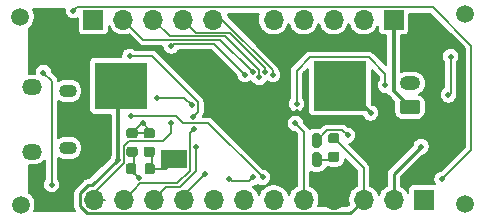
<source format=gbr>
G04 #@! TF.GenerationSoftware,KiCad,Pcbnew,(5.1.6-0-10_14)*
G04 #@! TF.CreationDate,2020-07-04T12:59:23-07:00*
G04 #@! TF.ProjectId,Compact,436f6d70-6163-4742-9e6b-696361645f70,rev?*
G04 #@! TF.SameCoordinates,Original*
G04 #@! TF.FileFunction,Copper,L2,Bot*
G04 #@! TF.FilePolarity,Positive*
%FSLAX46Y46*%
G04 Gerber Fmt 4.6, Leading zero omitted, Abs format (unit mm)*
G04 Created by KiCad (PCBNEW (5.1.6-0-10_14)) date 2020-07-04 12:59:23*
%MOMM*%
%LPD*%
G01*
G04 APERTURE LIST*
G04 #@! TA.AperFunction,SMDPad,CuDef*
%ADD10R,4.500000X4.000000*%
G04 #@! TD*
G04 #@! TA.AperFunction,SMDPad,CuDef*
%ADD11R,4.500000X4.200000*%
G04 #@! TD*
G04 #@! TA.AperFunction,ComponentPad*
%ADD12C,1.500000*%
G04 #@! TD*
G04 #@! TA.AperFunction,SMDPad,CuDef*
%ADD13R,2.180000X1.600000*%
G04 #@! TD*
G04 #@! TA.AperFunction,ComponentPad*
%ADD14R,1.700000X1.700000*%
G04 #@! TD*
G04 #@! TA.AperFunction,ComponentPad*
%ADD15O,1.700000X1.700000*%
G04 #@! TD*
G04 #@! TA.AperFunction,ComponentPad*
%ADD16O,1.750000X1.200000*%
G04 #@! TD*
G04 #@! TA.AperFunction,ComponentPad*
%ADD17O,1.700000X1.350000*%
G04 #@! TD*
G04 #@! TA.AperFunction,ComponentPad*
%ADD18O,1.500000X1.100000*%
G04 #@! TD*
G04 #@! TA.AperFunction,ViaPad*
%ADD19C,0.508000*%
G04 #@! TD*
G04 #@! TA.AperFunction,Conductor*
%ADD20C,0.152400*%
G04 #@! TD*
G04 #@! TA.AperFunction,Conductor*
%ADD21C,0.254000*%
G04 #@! TD*
G04 #@! TA.AperFunction,Conductor*
%ADD22C,0.310000*%
G04 #@! TD*
G04 #@! TA.AperFunction,Conductor*
%ADD23C,0.152000*%
G04 #@! TD*
G04 APERTURE END LIST*
D10*
X135250000Y-97050000D03*
D11*
X153750000Y-97050000D03*
D12*
X126725000Y-107100000D03*
X164375000Y-107075000D03*
X126700000Y-91200000D03*
X164360000Y-90960000D03*
D13*
X139710000Y-103250000D03*
X148890000Y-103250000D03*
D14*
X160840000Y-106700000D03*
D15*
X158300000Y-106700000D03*
X155760000Y-106700000D03*
X153220000Y-106700000D03*
X150680000Y-106700000D03*
X148140000Y-106700000D03*
X145600000Y-106700000D03*
X143060000Y-106700000D03*
X140520000Y-106700000D03*
X137980000Y-106700000D03*
X135440000Y-106700000D03*
X132900000Y-106700000D03*
X148130000Y-91460000D03*
X150670000Y-91460000D03*
X153210000Y-91460000D03*
X155750000Y-91460000D03*
D14*
X158290000Y-91460000D03*
G04 #@! TA.AperFunction,ComponentPad*
G36*
G01*
X160300001Y-99450000D02*
X159049999Y-99450000D01*
G75*
G02*
X158800000Y-99200001I0J249999D01*
G01*
X158800000Y-98499999D01*
G75*
G02*
X159049999Y-98250000I249999J0D01*
G01*
X160300001Y-98250000D01*
G75*
G02*
X160550000Y-98499999I0J-249999D01*
G01*
X160550000Y-99200001D01*
G75*
G02*
X160300001Y-99450000I-249999J0D01*
G01*
G37*
G04 #@! TD.AperFunction*
D16*
X159675000Y-96850000D03*
G04 #@! TA.AperFunction,SMDPad,CuDef*
G36*
G01*
X136510000Y-103818750D02*
X136510000Y-104331250D01*
G75*
G02*
X136291250Y-104550000I-218750J0D01*
G01*
X135853750Y-104550000D01*
G75*
G02*
X135635000Y-104331250I0J218750D01*
G01*
X135635000Y-103818750D01*
G75*
G02*
X135853750Y-103600000I218750J0D01*
G01*
X136291250Y-103600000D01*
G75*
G02*
X136510000Y-103818750I0J-218750D01*
G01*
G37*
G04 #@! TD.AperFunction*
G04 #@! TA.AperFunction,SMDPad,CuDef*
G36*
G01*
X138085000Y-103818750D02*
X138085000Y-104331250D01*
G75*
G02*
X137866250Y-104550000I-218750J0D01*
G01*
X137428750Y-104550000D01*
G75*
G02*
X137210000Y-104331250I0J218750D01*
G01*
X137210000Y-103818750D01*
G75*
G02*
X137428750Y-103600000I218750J0D01*
G01*
X137866250Y-103600000D01*
G75*
G02*
X138085000Y-103818750I0J-218750D01*
G01*
G37*
G04 #@! TD.AperFunction*
G04 #@! TA.AperFunction,SMDPad,CuDef*
G36*
G01*
X136406250Y-101500000D02*
X135893750Y-101500000D01*
G75*
G02*
X135675000Y-101281250I0J218750D01*
G01*
X135675000Y-100843750D01*
G75*
G02*
X135893750Y-100625000I218750J0D01*
G01*
X136406250Y-100625000D01*
G75*
G02*
X136625000Y-100843750I0J-218750D01*
G01*
X136625000Y-101281250D01*
G75*
G02*
X136406250Y-101500000I-218750J0D01*
G01*
G37*
G04 #@! TD.AperFunction*
G04 #@! TA.AperFunction,SMDPad,CuDef*
G36*
G01*
X136406250Y-103075000D02*
X135893750Y-103075000D01*
G75*
G02*
X135675000Y-102856250I0J218750D01*
G01*
X135675000Y-102418750D01*
G75*
G02*
X135893750Y-102200000I218750J0D01*
G01*
X136406250Y-102200000D01*
G75*
G02*
X136625000Y-102418750I0J-218750D01*
G01*
X136625000Y-102856250D01*
G75*
G02*
X136406250Y-103075000I-218750J0D01*
G01*
G37*
G04 #@! TD.AperFunction*
G04 #@! TA.AperFunction,SMDPad,CuDef*
G36*
G01*
X137866250Y-103085000D02*
X137353750Y-103085000D01*
G75*
G02*
X137135000Y-102866250I0J218750D01*
G01*
X137135000Y-102428750D01*
G75*
G02*
X137353750Y-102210000I218750J0D01*
G01*
X137866250Y-102210000D01*
G75*
G02*
X138085000Y-102428750I0J-218750D01*
G01*
X138085000Y-102866250D01*
G75*
G02*
X137866250Y-103085000I-218750J0D01*
G01*
G37*
G04 #@! TD.AperFunction*
G04 #@! TA.AperFunction,SMDPad,CuDef*
G36*
G01*
X137866250Y-101510000D02*
X137353750Y-101510000D01*
G75*
G02*
X137135000Y-101291250I0J218750D01*
G01*
X137135000Y-100853750D01*
G75*
G02*
X137353750Y-100635000I218750J0D01*
G01*
X137866250Y-100635000D01*
G75*
G02*
X138085000Y-100853750I0J-218750D01*
G01*
X138085000Y-101291250D01*
G75*
G02*
X137866250Y-101510000I-218750J0D01*
G01*
G37*
G04 #@! TD.AperFunction*
D15*
X143040000Y-91460000D03*
X140500000Y-91460000D03*
X137960000Y-91460000D03*
X135420000Y-91460000D03*
D14*
X132880000Y-91460000D03*
G04 #@! TA.AperFunction,SMDPad,CuDef*
G36*
G01*
X151562500Y-102695000D02*
X151987500Y-102695000D01*
G75*
G02*
X152200000Y-102907500I0J-212500D01*
G01*
X152200000Y-103707500D01*
G75*
G02*
X151987500Y-103920000I-212500J0D01*
G01*
X151562500Y-103920000D01*
G75*
G02*
X151350000Y-103707500I0J212500D01*
G01*
X151350000Y-102907500D01*
G75*
G02*
X151562500Y-102695000I212500J0D01*
G01*
G37*
G04 #@! TD.AperFunction*
G04 #@! TA.AperFunction,SMDPad,CuDef*
G36*
G01*
X151562500Y-101070000D02*
X151987500Y-101070000D01*
G75*
G02*
X152200000Y-101282500I0J-212500D01*
G01*
X152200000Y-102082500D01*
G75*
G02*
X151987500Y-102295000I-212500J0D01*
G01*
X151562500Y-102295000D01*
G75*
G02*
X151350000Y-102082500I0J212500D01*
G01*
X151350000Y-101282500D01*
G75*
G02*
X151562500Y-101070000I212500J0D01*
G01*
G37*
G04 #@! TD.AperFunction*
G04 #@! TA.AperFunction,SMDPad,CuDef*
G36*
G01*
X153476250Y-101925000D02*
X152963750Y-101925000D01*
G75*
G02*
X152745000Y-101706250I0J218750D01*
G01*
X152745000Y-101268750D01*
G75*
G02*
X152963750Y-101050000I218750J0D01*
G01*
X153476250Y-101050000D01*
G75*
G02*
X153695000Y-101268750I0J-218750D01*
G01*
X153695000Y-101706250D01*
G75*
G02*
X153476250Y-101925000I-218750J0D01*
G01*
G37*
G04 #@! TD.AperFunction*
G04 #@! TA.AperFunction,SMDPad,CuDef*
G36*
G01*
X153476250Y-103500000D02*
X152963750Y-103500000D01*
G75*
G02*
X152745000Y-103281250I0J218750D01*
G01*
X152745000Y-102843750D01*
G75*
G02*
X152963750Y-102625000I218750J0D01*
G01*
X153476250Y-102625000D01*
G75*
G02*
X153695000Y-102843750I0J-218750D01*
G01*
X153695000Y-103281250D01*
G75*
G02*
X153476250Y-103500000I-218750J0D01*
G01*
G37*
G04 #@! TD.AperFunction*
D17*
X127710000Y-102635000D03*
X127710000Y-97175000D03*
D18*
X130710000Y-102325000D03*
X130710000Y-97485000D03*
D19*
X154400000Y-101250000D03*
X137050000Y-100200000D03*
X146425000Y-104800000D03*
X144325000Y-104900000D03*
X136700000Y-104850000D03*
X154250000Y-103575000D03*
X149250000Y-103725000D03*
X150100000Y-99275000D03*
X133975000Y-103275000D03*
X140075000Y-95525000D03*
X132375000Y-96950000D03*
X134963780Y-103307816D03*
X160625000Y-102200000D03*
X128650000Y-95925000D03*
X156350000Y-99350000D03*
X129350000Y-105425000D03*
X148070627Y-96111323D03*
X147400000Y-95875000D03*
X146900000Y-96325000D03*
X146375000Y-95900000D03*
X135960000Y-94540000D03*
X141325000Y-99692390D03*
X149987028Y-100240212D03*
X142300000Y-104550000D03*
X141532610Y-102204693D03*
X162375000Y-104975000D03*
X131175000Y-90700000D03*
X138250000Y-98042390D03*
X141226424Y-98681091D03*
X147200000Y-104790000D03*
X136070000Y-99640000D03*
X145700000Y-96100000D03*
X139450000Y-93675000D03*
X141400000Y-100700000D03*
X139465000Y-100175000D03*
X162925000Y-97825000D03*
X150078204Y-98582604D03*
X157600000Y-97000000D03*
X163125000Y-94575000D03*
D20*
X154400000Y-101250000D02*
X153950000Y-100800000D01*
X152682500Y-100800000D02*
X151800000Y-101682500D01*
X153950000Y-100800000D02*
X152682500Y-100800000D01*
X137810000Y-101072500D02*
X136310000Y-101072500D01*
X137610000Y-100760000D02*
X137050000Y-100200000D01*
X137610000Y-101072500D02*
X137610000Y-100760000D01*
X137012500Y-100200000D02*
X136150000Y-101062500D01*
X137050000Y-100200000D02*
X137012500Y-100200000D01*
X146425000Y-104800000D02*
X146075000Y-105150000D01*
X144575000Y-105150000D02*
X144325000Y-104900000D01*
X146075000Y-105150000D02*
X144575000Y-105150000D01*
X136310000Y-104037500D02*
X136272500Y-104075000D01*
X136310000Y-102647500D02*
X136310000Y-104037500D01*
X136072500Y-104222500D02*
X136700000Y-104850000D01*
X136072500Y-104075000D02*
X136072500Y-104222500D01*
D21*
X153220000Y-104605000D02*
X154250000Y-103575000D01*
X153220000Y-106700000D02*
X153220000Y-104605000D01*
D20*
X155760000Y-104027500D02*
X153220000Y-101487500D01*
X155760000Y-106700000D02*
X155760000Y-104027500D01*
D22*
X155760000Y-106700000D02*
X155760000Y-107090000D01*
X135300000Y-97000000D02*
X134963780Y-97336220D01*
X134963780Y-97336220D02*
X134963780Y-102948606D01*
D21*
X132368486Y-107840000D02*
X131770599Y-107242113D01*
X154620000Y-107840000D02*
X132368486Y-107840000D01*
X155760000Y-106700000D02*
X154620000Y-107840000D01*
X131770599Y-106157887D02*
X132448486Y-105480000D01*
X132791596Y-105480000D02*
X134963780Y-103307816D01*
X132448486Y-105480000D02*
X132791596Y-105480000D01*
D22*
X134963780Y-102948606D02*
X134963780Y-103307816D01*
D21*
X131770599Y-107242113D02*
X131770599Y-106157887D01*
X158300000Y-104525000D02*
X160625000Y-102200000D01*
X158300000Y-106700000D02*
X158300000Y-104525000D01*
D20*
X129350000Y-96625000D02*
X128650000Y-95925000D01*
X129350000Y-105425000D02*
X129350000Y-96625000D01*
D21*
X154000000Y-97000000D02*
X156350000Y-99350000D01*
X153800000Y-97000000D02*
X154000000Y-97000000D01*
D22*
X158290000Y-97465000D02*
X159675000Y-98850000D01*
X158290000Y-91460000D02*
X158290000Y-97465000D01*
D20*
X152875000Y-103307500D02*
X153120000Y-103062500D01*
X151700000Y-103307500D02*
X152875000Y-103307500D01*
X148070627Y-96111323D02*
X148070627Y-95752113D01*
X148070627Y-95752113D02*
X143778514Y-91460000D01*
X143778514Y-91460000D02*
X143040000Y-91460000D01*
X147400000Y-95875000D02*
X147400000Y-95515790D01*
X147400000Y-95515790D02*
X144422811Y-92538601D01*
X144422811Y-92538601D02*
X141578601Y-92538601D01*
X141578601Y-92538601D02*
X140500000Y-91460000D01*
X146900000Y-96325000D02*
X146900000Y-95700000D01*
X139343412Y-92843412D02*
X137960000Y-91460000D01*
X144043412Y-92843412D02*
X139343412Y-92843412D01*
X146900000Y-95700000D02*
X144043412Y-92843412D01*
X146375000Y-95900000D02*
X143623222Y-93148222D01*
X137108222Y-93148222D02*
X135420000Y-91460000D01*
X143623222Y-93148222D02*
X137108222Y-93148222D01*
X141732601Y-99284789D02*
X141325000Y-99692390D01*
X141732601Y-98407601D02*
X141732601Y-99284789D01*
X135960000Y-94540000D02*
X137865000Y-94540000D01*
X137865000Y-94540000D02*
X141732601Y-98407601D01*
X150680000Y-100933184D02*
X149987028Y-100240212D01*
X150680000Y-106700000D02*
X150680000Y-100933184D01*
X140520000Y-106330000D02*
X140520000Y-106700000D01*
X142300000Y-104550000D02*
X140520000Y-106330000D01*
X137980000Y-106700000D02*
X138387134Y-106700000D01*
X138561482Y-106700000D02*
X137980000Y-106700000D01*
X138711482Y-106700000D02*
X138575000Y-106700000D01*
X141532610Y-102204693D02*
X141532610Y-104267390D01*
X139058601Y-105621399D02*
X137980000Y-106700000D01*
X140178601Y-105621399D02*
X139058601Y-105621399D01*
X141532610Y-104267390D02*
X140178601Y-105621399D01*
X162375000Y-104975000D02*
X164876257Y-102473743D01*
X131493601Y-90381399D02*
X131175000Y-90700000D01*
X164876257Y-93656257D02*
X161601399Y-90381399D01*
X164876257Y-102473743D02*
X164876257Y-93656257D01*
X161601399Y-90381399D02*
X131493601Y-90381399D01*
X138250000Y-98042390D02*
X140587723Y-98042390D01*
X140587723Y-98042390D02*
X141226424Y-98681091D01*
X137847500Y-102685000D02*
X137810000Y-102647500D01*
X137847500Y-104075000D02*
X137847500Y-102685000D01*
X139060000Y-104075000D02*
X139910000Y-103225000D01*
X137847500Y-104075000D02*
X139060000Y-104075000D01*
X140470000Y-100210000D02*
X139900000Y-99640000D01*
X147200000Y-104790000D02*
X142620000Y-100210000D01*
X142620000Y-100210000D02*
X140470000Y-100210000D01*
X139900000Y-99640000D02*
X136070000Y-99640000D01*
X145700000Y-96100000D02*
X143075000Y-93475000D01*
X139650000Y-93475000D02*
X139450000Y-93675000D01*
X143075000Y-93475000D02*
X139650000Y-93475000D01*
X141400000Y-100700000D02*
X141050000Y-101050000D01*
X139994894Y-105316588D02*
X136823412Y-105316588D01*
X141050000Y-101050000D02*
X141050000Y-104261482D01*
X141050000Y-104261482D02*
X139994894Y-105316588D01*
X136823412Y-105316588D02*
X136289999Y-105850001D01*
X136289999Y-105850001D02*
X135440000Y-106700000D01*
X133550000Y-106700000D02*
X132900000Y-106700000D01*
X133843670Y-106700000D02*
X132900000Y-106700000D01*
X135446390Y-102153610D02*
X135446390Y-103593446D01*
X139465000Y-101035000D02*
X138761390Y-101738610D01*
X135446390Y-103593446D02*
X132900000Y-106139836D01*
X135861390Y-101738610D02*
X135446390Y-102153610D01*
X138761390Y-101738610D02*
X135861390Y-101738610D01*
X132900000Y-106139836D02*
X132900000Y-106700000D01*
X139465000Y-100175000D02*
X139465000Y-101035000D01*
X163125000Y-97625000D02*
X162925000Y-97825000D01*
X163125000Y-94575000D02*
X163125000Y-97625000D01*
X156186482Y-94625000D02*
X157600000Y-96038518D01*
X157600000Y-96038518D02*
X157600000Y-97000000D01*
X151225000Y-94625000D02*
X156186482Y-94625000D01*
X150078204Y-95771796D02*
X151225000Y-94625000D01*
X150078204Y-98582604D02*
X150078204Y-95771796D01*
D23*
G36*
X130445000Y-90628101D02*
G01*
X130445000Y-90771899D01*
X130473054Y-90912933D01*
X130528083Y-91045785D01*
X130607972Y-91165348D01*
X130709652Y-91267028D01*
X130829215Y-91346917D01*
X130962067Y-91401946D01*
X131103101Y-91430000D01*
X131246899Y-91430000D01*
X131387933Y-91401946D01*
X131520785Y-91346917D01*
X131551697Y-91326262D01*
X131551697Y-92310000D01*
X131560887Y-92403312D01*
X131588106Y-92493039D01*
X131632306Y-92575731D01*
X131691789Y-92648211D01*
X131764269Y-92707694D01*
X131846961Y-92751894D01*
X131936688Y-92779113D01*
X132030000Y-92788303D01*
X133730000Y-92788303D01*
X133823312Y-92779113D01*
X133913039Y-92751894D01*
X133995731Y-92707694D01*
X134068211Y-92648211D01*
X134127694Y-92575731D01*
X134171894Y-92493039D01*
X134199113Y-92403312D01*
X134208303Y-92310000D01*
X134208303Y-91999710D01*
X134244914Y-92088097D01*
X134390029Y-92305276D01*
X134574724Y-92489971D01*
X134791903Y-92635086D01*
X135033220Y-92735043D01*
X135289400Y-92786000D01*
X135550600Y-92786000D01*
X135806780Y-92735043D01*
X135882677Y-92703605D01*
X136698582Y-93519511D01*
X136715869Y-93540575D01*
X136799952Y-93609580D01*
X136895882Y-93660856D01*
X136999972Y-93692431D01*
X137081104Y-93700422D01*
X137081113Y-93700422D01*
X137108221Y-93703092D01*
X137135329Y-93700422D01*
X138720000Y-93700422D01*
X138720000Y-93746899D01*
X138748054Y-93887933D01*
X138803083Y-94020785D01*
X138882972Y-94140348D01*
X138984652Y-94242028D01*
X139104215Y-94321917D01*
X139237067Y-94376946D01*
X139378101Y-94405000D01*
X139521899Y-94405000D01*
X139662933Y-94376946D01*
X139795785Y-94321917D01*
X139915348Y-94242028D01*
X140017028Y-94140348D01*
X140092631Y-94027200D01*
X142846272Y-94027200D01*
X144970000Y-96150928D01*
X144970000Y-96171899D01*
X144998054Y-96312933D01*
X145053083Y-96445785D01*
X145132972Y-96565348D01*
X145234652Y-96667028D01*
X145354215Y-96746917D01*
X145487067Y-96801946D01*
X145628101Y-96830000D01*
X145771899Y-96830000D01*
X145912933Y-96801946D01*
X146045785Y-96746917D01*
X146165348Y-96667028D01*
X146219088Y-96613288D01*
X146230181Y-96615495D01*
X146253083Y-96670785D01*
X146332972Y-96790348D01*
X146434652Y-96892028D01*
X146554215Y-96971917D01*
X146687067Y-97026946D01*
X146828101Y-97055000D01*
X146971899Y-97055000D01*
X147112933Y-97026946D01*
X147245785Y-96971917D01*
X147365348Y-96892028D01*
X147467028Y-96790348D01*
X147546917Y-96670785D01*
X147561795Y-96634867D01*
X147605279Y-96678351D01*
X147724842Y-96758240D01*
X147857694Y-96813269D01*
X147998728Y-96841323D01*
X148142526Y-96841323D01*
X148283560Y-96813269D01*
X148416412Y-96758240D01*
X148535975Y-96678351D01*
X148637655Y-96576671D01*
X148717544Y-96457108D01*
X148772573Y-96324256D01*
X148800627Y-96183222D01*
X148800627Y-96039424D01*
X148772573Y-95898390D01*
X148717544Y-95765538D01*
X148637655Y-95645975D01*
X148605819Y-95614139D01*
X148583261Y-95539773D01*
X148531985Y-95443843D01*
X148462980Y-95359760D01*
X148441917Y-95342474D01*
X144350396Y-91250954D01*
X144315043Y-91073220D01*
X144257210Y-90933599D01*
X146912790Y-90933599D01*
X146854957Y-91073220D01*
X146804000Y-91329400D01*
X146804000Y-91590600D01*
X146854957Y-91846780D01*
X146954914Y-92088097D01*
X147100029Y-92305276D01*
X147284724Y-92489971D01*
X147501903Y-92635086D01*
X147743220Y-92735043D01*
X147999400Y-92786000D01*
X148260600Y-92786000D01*
X148516780Y-92735043D01*
X148758097Y-92635086D01*
X148975276Y-92489971D01*
X149159971Y-92305276D01*
X149305086Y-92088097D01*
X149400000Y-91858955D01*
X149494914Y-92088097D01*
X149640029Y-92305276D01*
X149824724Y-92489971D01*
X150041903Y-92635086D01*
X150283220Y-92735043D01*
X150539400Y-92786000D01*
X150800600Y-92786000D01*
X151056780Y-92735043D01*
X151298097Y-92635086D01*
X151515276Y-92489971D01*
X151699971Y-92305276D01*
X151845086Y-92088097D01*
X151940000Y-91858955D01*
X152034914Y-92088097D01*
X152180029Y-92305276D01*
X152364724Y-92489971D01*
X152581903Y-92635086D01*
X152823220Y-92735043D01*
X153079400Y-92786000D01*
X153340600Y-92786000D01*
X153596780Y-92735043D01*
X153838097Y-92635086D01*
X154055276Y-92489971D01*
X154239971Y-92305276D01*
X154385086Y-92088097D01*
X154480000Y-91858955D01*
X154574914Y-92088097D01*
X154720029Y-92305276D01*
X154904724Y-92489971D01*
X155121903Y-92635086D01*
X155363220Y-92735043D01*
X155619400Y-92786000D01*
X155880600Y-92786000D01*
X156136780Y-92735043D01*
X156378097Y-92635086D01*
X156595276Y-92489971D01*
X156779971Y-92305276D01*
X156925086Y-92088097D01*
X156961697Y-91999710D01*
X156961697Y-92310000D01*
X156970887Y-92403312D01*
X156998106Y-92493039D01*
X157042306Y-92575731D01*
X157101789Y-92648211D01*
X157174269Y-92707694D01*
X157256961Y-92751894D01*
X157346688Y-92779113D01*
X157440000Y-92788303D01*
X157659000Y-92788303D01*
X157659001Y-95316590D01*
X156596125Y-94253715D01*
X156578835Y-94232647D01*
X156494752Y-94163642D01*
X156398822Y-94112366D01*
X156294732Y-94080791D01*
X156213600Y-94072800D01*
X156213592Y-94072800D01*
X156186482Y-94070130D01*
X156159372Y-94072800D01*
X151252107Y-94072800D01*
X151224999Y-94070130D01*
X151197891Y-94072800D01*
X151197882Y-94072800D01*
X151116750Y-94080791D01*
X151012660Y-94112366D01*
X150916730Y-94163642D01*
X150832647Y-94232647D01*
X150815361Y-94253710D01*
X149706914Y-95362158D01*
X149685852Y-95379443D01*
X149668566Y-95400506D01*
X149668565Y-95400507D01*
X149616846Y-95463527D01*
X149565570Y-95559457D01*
X149533995Y-95663547D01*
X149523334Y-95771796D01*
X149526005Y-95798916D01*
X149526004Y-98102428D01*
X149511176Y-98117256D01*
X149431287Y-98236819D01*
X149376258Y-98369671D01*
X149348204Y-98510705D01*
X149348204Y-98654503D01*
X149376258Y-98795537D01*
X149431287Y-98928389D01*
X149511176Y-99047952D01*
X149612856Y-99149632D01*
X149732419Y-99229521D01*
X149865271Y-99284550D01*
X150006305Y-99312604D01*
X150150103Y-99312604D01*
X150291137Y-99284550D01*
X150423989Y-99229521D01*
X150543552Y-99149632D01*
X150645232Y-99047952D01*
X150725121Y-98928389D01*
X150780150Y-98795537D01*
X150808204Y-98654503D01*
X150808204Y-98510705D01*
X150780150Y-98369671D01*
X150725121Y-98236819D01*
X150645232Y-98117256D01*
X150630404Y-98102428D01*
X150630404Y-96000524D01*
X151021697Y-95609231D01*
X151021697Y-99150000D01*
X151030887Y-99243312D01*
X151058106Y-99333039D01*
X151102306Y-99415731D01*
X151161789Y-99488211D01*
X151234269Y-99547694D01*
X151316961Y-99591894D01*
X151406688Y-99619113D01*
X151500000Y-99628303D01*
X155675131Y-99628303D01*
X155703083Y-99695785D01*
X155782972Y-99815348D01*
X155884652Y-99917028D01*
X156004215Y-99996917D01*
X156137067Y-100051946D01*
X156278101Y-100080000D01*
X156421899Y-100080000D01*
X156562933Y-100051946D01*
X156695785Y-99996917D01*
X156815348Y-99917028D01*
X156917028Y-99815348D01*
X156996917Y-99695785D01*
X157051946Y-99562933D01*
X157080000Y-99421899D01*
X157080000Y-99278101D01*
X157051946Y-99137067D01*
X156996917Y-99004215D01*
X156917028Y-98884652D01*
X156815348Y-98782972D01*
X156695785Y-98703083D01*
X156562933Y-98648054D01*
X156485403Y-98632632D01*
X156478303Y-98625532D01*
X156478303Y-95697749D01*
X157047800Y-96267247D01*
X157047801Y-96519823D01*
X157032972Y-96534652D01*
X156953083Y-96654215D01*
X156898054Y-96787067D01*
X156870000Y-96928101D01*
X156870000Y-97071899D01*
X156898054Y-97212933D01*
X156953083Y-97345785D01*
X157032972Y-97465348D01*
X157134652Y-97567028D01*
X157254215Y-97646917D01*
X157387067Y-97701946D01*
X157528101Y-97730000D01*
X157671899Y-97730000D01*
X157711908Y-97722041D01*
X157762804Y-97817260D01*
X157821897Y-97889265D01*
X157821900Y-97889268D01*
X157841658Y-97913343D01*
X157865733Y-97933101D01*
X158331643Y-98399012D01*
X158321697Y-98499999D01*
X158321697Y-99200001D01*
X158335691Y-99342086D01*
X158377136Y-99478710D01*
X158444438Y-99604624D01*
X158535012Y-99714988D01*
X158645376Y-99805562D01*
X158771290Y-99872864D01*
X158907914Y-99914309D01*
X159049999Y-99928303D01*
X160300001Y-99928303D01*
X160442086Y-99914309D01*
X160578710Y-99872864D01*
X160704624Y-99805562D01*
X160814988Y-99714988D01*
X160905562Y-99604624D01*
X160972864Y-99478710D01*
X161014309Y-99342086D01*
X161028303Y-99200001D01*
X161028303Y-98499999D01*
X161014309Y-98357914D01*
X160972864Y-98221290D01*
X160905562Y-98095376D01*
X160814988Y-97985012D01*
X160704624Y-97894438D01*
X160578710Y-97827136D01*
X160467564Y-97793420D01*
X160542994Y-97753101D01*
X162195000Y-97753101D01*
X162195000Y-97896899D01*
X162223054Y-98037933D01*
X162278083Y-98170785D01*
X162357972Y-98290348D01*
X162459652Y-98392028D01*
X162579215Y-98471917D01*
X162712067Y-98526946D01*
X162853101Y-98555000D01*
X162996899Y-98555000D01*
X163137933Y-98526946D01*
X163270785Y-98471917D01*
X163390348Y-98392028D01*
X163492028Y-98290348D01*
X163571917Y-98170785D01*
X163626946Y-98037933D01*
X163655000Y-97896899D01*
X163655000Y-97780091D01*
X163669209Y-97733250D01*
X163677200Y-97652118D01*
X163679871Y-97625000D01*
X163677200Y-97597882D01*
X163677200Y-95055176D01*
X163692028Y-95040348D01*
X163771917Y-94920785D01*
X163826946Y-94787933D01*
X163855000Y-94646899D01*
X163855000Y-94503101D01*
X163826946Y-94362067D01*
X163771917Y-94229215D01*
X163692028Y-94109652D01*
X163590348Y-94007972D01*
X163470785Y-93928083D01*
X163337933Y-93873054D01*
X163196899Y-93845000D01*
X163053101Y-93845000D01*
X162912067Y-93873054D01*
X162779215Y-93928083D01*
X162659652Y-94007972D01*
X162557972Y-94109652D01*
X162478083Y-94229215D01*
X162423054Y-94362067D01*
X162395000Y-94503101D01*
X162395000Y-94646899D01*
X162423054Y-94787933D01*
X162478083Y-94920785D01*
X162557972Y-95040348D01*
X162572800Y-95055176D01*
X162572801Y-97182369D01*
X162459652Y-97257972D01*
X162357972Y-97359652D01*
X162278083Y-97479215D01*
X162223054Y-97612067D01*
X162195000Y-97753101D01*
X160542994Y-97753101D01*
X160550686Y-97748990D01*
X160714528Y-97614528D01*
X160848990Y-97450686D01*
X160948904Y-97263760D01*
X161010431Y-97060933D01*
X161031206Y-96850000D01*
X161010431Y-96639067D01*
X160948904Y-96436240D01*
X160848990Y-96249314D01*
X160714528Y-96085472D01*
X160550686Y-95951010D01*
X160363760Y-95851096D01*
X160160933Y-95789569D01*
X160002858Y-95774000D01*
X159347142Y-95774000D01*
X159189067Y-95789569D01*
X158986240Y-95851096D01*
X158921000Y-95885967D01*
X158921000Y-92788303D01*
X159140000Y-92788303D01*
X159233312Y-92779113D01*
X159323039Y-92751894D01*
X159405731Y-92707694D01*
X159478211Y-92648211D01*
X159537694Y-92575731D01*
X159581894Y-92493039D01*
X159609113Y-92403312D01*
X159618303Y-92310000D01*
X159618303Y-90933599D01*
X161372671Y-90933599D01*
X164324058Y-93884986D01*
X164324057Y-102245015D01*
X162324072Y-104245000D01*
X162303101Y-104245000D01*
X162162067Y-104273054D01*
X162029215Y-104328083D01*
X161909652Y-104407972D01*
X161807972Y-104509652D01*
X161728083Y-104629215D01*
X161673054Y-104762067D01*
X161645000Y-104903101D01*
X161645000Y-105046899D01*
X161673054Y-105187933D01*
X161728083Y-105320785D01*
X161767180Y-105379298D01*
X161690000Y-105371697D01*
X159990000Y-105371697D01*
X159896688Y-105380887D01*
X159806961Y-105408106D01*
X159724269Y-105452306D01*
X159651789Y-105511789D01*
X159592306Y-105584269D01*
X159548106Y-105666961D01*
X159520887Y-105756688D01*
X159511697Y-105850000D01*
X159511697Y-106160290D01*
X159475086Y-106071903D01*
X159329971Y-105854724D01*
X159145276Y-105670029D01*
X158928097Y-105524914D01*
X158903000Y-105514518D01*
X158903000Y-104774770D01*
X160760403Y-102917368D01*
X160837933Y-102901946D01*
X160970785Y-102846917D01*
X161090348Y-102767028D01*
X161192028Y-102665348D01*
X161271917Y-102545785D01*
X161326946Y-102412933D01*
X161355000Y-102271899D01*
X161355000Y-102128101D01*
X161326946Y-101987067D01*
X161271917Y-101854215D01*
X161192028Y-101734652D01*
X161090348Y-101632972D01*
X160970785Y-101553083D01*
X160837933Y-101498054D01*
X160696899Y-101470000D01*
X160553101Y-101470000D01*
X160412067Y-101498054D01*
X160279215Y-101553083D01*
X160159652Y-101632972D01*
X160057972Y-101734652D01*
X159978083Y-101854215D01*
X159923054Y-101987067D01*
X159907632Y-102064597D01*
X157894556Y-104077674D01*
X157871553Y-104096552D01*
X157852674Y-104119556D01*
X157852673Y-104119557D01*
X157839385Y-104135749D01*
X157796199Y-104188371D01*
X157777957Y-104222500D01*
X157740207Y-104293126D01*
X157705726Y-104406791D01*
X157694084Y-104525000D01*
X157697001Y-104554618D01*
X157697001Y-105514518D01*
X157671903Y-105524914D01*
X157454724Y-105670029D01*
X157270029Y-105854724D01*
X157124914Y-106071903D01*
X157030000Y-106301045D01*
X156935086Y-106071903D01*
X156789971Y-105854724D01*
X156605276Y-105670029D01*
X156388097Y-105524914D01*
X156312200Y-105493476D01*
X156312200Y-104054607D01*
X156314870Y-104027499D01*
X156312200Y-104000391D01*
X156312200Y-104000382D01*
X156304209Y-103919250D01*
X156272634Y-103815160D01*
X156221358Y-103719230D01*
X156152353Y-103635147D01*
X156131290Y-103617861D01*
X154489856Y-101976428D01*
X154612933Y-101951946D01*
X154745785Y-101896917D01*
X154865348Y-101817028D01*
X154967028Y-101715348D01*
X155046917Y-101595785D01*
X155101946Y-101462933D01*
X155130000Y-101321899D01*
X155130000Y-101178101D01*
X155101946Y-101037067D01*
X155046917Y-100904215D01*
X154967028Y-100784652D01*
X154865348Y-100682972D01*
X154745785Y-100603083D01*
X154612933Y-100548054D01*
X154471899Y-100520000D01*
X154450928Y-100520000D01*
X154359643Y-100428715D01*
X154342353Y-100407647D01*
X154258270Y-100338642D01*
X154162340Y-100287366D01*
X154058250Y-100255791D01*
X153977118Y-100247800D01*
X153977110Y-100247800D01*
X153950000Y-100245130D01*
X153922890Y-100247800D01*
X152709607Y-100247800D01*
X152682499Y-100245130D01*
X152655391Y-100247800D01*
X152655382Y-100247800D01*
X152574250Y-100255791D01*
X152470160Y-100287366D01*
X152374230Y-100338642D01*
X152290147Y-100407647D01*
X152272861Y-100428710D01*
X152098902Y-100602669D01*
X151987500Y-100591697D01*
X151562500Y-100591697D01*
X151427731Y-100604971D01*
X151298141Y-100644281D01*
X151184249Y-100705157D01*
X151141358Y-100624914D01*
X151072353Y-100540831D01*
X151051290Y-100523545D01*
X150717028Y-100189284D01*
X150717028Y-100168313D01*
X150688974Y-100027279D01*
X150633945Y-99894427D01*
X150554056Y-99774864D01*
X150452376Y-99673184D01*
X150332813Y-99593295D01*
X150199961Y-99538266D01*
X150058927Y-99510212D01*
X149915129Y-99510212D01*
X149774095Y-99538266D01*
X149641243Y-99593295D01*
X149521680Y-99673184D01*
X149420000Y-99774864D01*
X149340111Y-99894427D01*
X149285082Y-100027279D01*
X149257028Y-100168313D01*
X149257028Y-100312111D01*
X149285082Y-100453145D01*
X149340111Y-100585997D01*
X149420000Y-100705560D01*
X149521680Y-100807240D01*
X149641243Y-100887129D01*
X149774095Y-100942158D01*
X149915129Y-100970212D01*
X149936100Y-100970212D01*
X150127801Y-101161914D01*
X150127800Y-105493476D01*
X150051903Y-105524914D01*
X149834724Y-105670029D01*
X149650029Y-105854724D01*
X149504914Y-106071903D01*
X149410000Y-106301045D01*
X149315086Y-106071903D01*
X149169971Y-105854724D01*
X148985276Y-105670029D01*
X148768097Y-105524914D01*
X148526780Y-105424957D01*
X148270600Y-105374000D01*
X148009400Y-105374000D01*
X147753220Y-105424957D01*
X147511903Y-105524914D01*
X147294724Y-105670029D01*
X147110029Y-105854724D01*
X146964914Y-106071903D01*
X146870000Y-106301045D01*
X146775086Y-106071903D01*
X146629971Y-105854724D01*
X146445276Y-105670029D01*
X146368936Y-105619020D01*
X146383270Y-105611358D01*
X146467353Y-105542353D01*
X146477491Y-105530000D01*
X146496899Y-105530000D01*
X146637933Y-105501946D01*
X146770785Y-105446917D01*
X146819983Y-105414044D01*
X146854215Y-105436917D01*
X146987067Y-105491946D01*
X147128101Y-105520000D01*
X147271899Y-105520000D01*
X147412933Y-105491946D01*
X147545785Y-105436917D01*
X147665348Y-105357028D01*
X147767028Y-105255348D01*
X147846917Y-105135785D01*
X147901946Y-105002933D01*
X147930000Y-104861899D01*
X147930000Y-104718101D01*
X147901946Y-104577067D01*
X147846917Y-104444215D01*
X147767028Y-104324652D01*
X147665348Y-104222972D01*
X147545785Y-104143083D01*
X147412933Y-104088054D01*
X147271899Y-104060000D01*
X147250929Y-104060000D01*
X143029643Y-99838715D01*
X143012353Y-99817647D01*
X142928270Y-99748642D01*
X142832340Y-99697366D01*
X142728250Y-99665791D01*
X142647118Y-99657800D01*
X142647110Y-99657800D01*
X142620000Y-99655130D01*
X142592890Y-99657800D01*
X142140828Y-99657800D01*
X142193959Y-99593059D01*
X142245235Y-99497129D01*
X142276810Y-99393039D01*
X142284801Y-99311907D01*
X142287472Y-99284789D01*
X142284801Y-99257671D01*
X142284801Y-98434719D01*
X142287472Y-98407601D01*
X142276810Y-98299351D01*
X142245235Y-98195261D01*
X142193959Y-98099331D01*
X142190713Y-98095376D01*
X142124954Y-98015248D01*
X142103886Y-97997958D01*
X138274643Y-94168715D01*
X138257353Y-94147647D01*
X138173270Y-94078642D01*
X138077340Y-94027366D01*
X137973250Y-93995791D01*
X137892118Y-93987800D01*
X137892110Y-93987800D01*
X137865000Y-93985130D01*
X137837890Y-93987800D01*
X136440176Y-93987800D01*
X136425348Y-93972972D01*
X136305785Y-93893083D01*
X136172933Y-93838054D01*
X136031899Y-93810000D01*
X135888101Y-93810000D01*
X135747067Y-93838054D01*
X135614215Y-93893083D01*
X135494652Y-93972972D01*
X135392972Y-94074652D01*
X135313083Y-94194215D01*
X135258054Y-94327067D01*
X135230000Y-94468101D01*
X135230000Y-94571697D01*
X133000000Y-94571697D01*
X132906688Y-94580887D01*
X132816961Y-94608106D01*
X132734269Y-94652306D01*
X132661789Y-94711789D01*
X132602306Y-94784269D01*
X132558106Y-94866961D01*
X132530887Y-94956688D01*
X132521697Y-95050000D01*
X132521697Y-99050000D01*
X132530887Y-99143312D01*
X132558106Y-99233039D01*
X132602306Y-99315731D01*
X132661789Y-99388211D01*
X132734269Y-99447694D01*
X132816961Y-99491894D01*
X132906688Y-99519113D01*
X133000000Y-99528303D01*
X134332780Y-99528303D01*
X134332781Y-102917599D01*
X134332780Y-102917609D01*
X134332780Y-102938209D01*
X134316863Y-102962031D01*
X134261834Y-103094883D01*
X134246412Y-103172413D01*
X132541826Y-104877000D01*
X132478094Y-104877000D01*
X132448486Y-104874084D01*
X132418878Y-104877000D01*
X132418870Y-104877000D01*
X132340514Y-104884718D01*
X132330276Y-104885726D01*
X132297117Y-104895785D01*
X132216612Y-104920206D01*
X132111857Y-104976198D01*
X132020038Y-105051552D01*
X132001159Y-105074556D01*
X131365155Y-105710561D01*
X131342152Y-105729439D01*
X131323273Y-105752443D01*
X131323272Y-105752444D01*
X131313841Y-105763936D01*
X131266798Y-105821258D01*
X131220195Y-105908448D01*
X131210806Y-105926013D01*
X131176325Y-106039678D01*
X131164683Y-106157887D01*
X131167600Y-106187505D01*
X131167599Y-107212504D01*
X131164683Y-107242113D01*
X131167599Y-107271721D01*
X131167599Y-107271728D01*
X131176325Y-107360321D01*
X131210805Y-107473986D01*
X131266797Y-107578741D01*
X131342151Y-107670561D01*
X131353645Y-107679994D01*
X127812184Y-107678998D01*
X127903885Y-107457611D01*
X127951000Y-107220750D01*
X127951000Y-106979250D01*
X127903885Y-106742389D01*
X127811467Y-106519271D01*
X127677296Y-106318471D01*
X127506529Y-106147704D01*
X127430674Y-106097019D01*
X127424781Y-103780713D01*
X127478457Y-103786000D01*
X127941543Y-103786000D01*
X128110635Y-103769346D01*
X128327600Y-103703530D01*
X128527555Y-103596652D01*
X128702818Y-103452818D01*
X128797800Y-103337081D01*
X128797800Y-104944824D01*
X128782972Y-104959652D01*
X128703083Y-105079215D01*
X128648054Y-105212067D01*
X128620000Y-105353101D01*
X128620000Y-105496899D01*
X128648054Y-105637933D01*
X128703083Y-105770785D01*
X128782972Y-105890348D01*
X128884652Y-105992028D01*
X129004215Y-106071917D01*
X129137067Y-106126946D01*
X129278101Y-106155000D01*
X129421899Y-106155000D01*
X129562933Y-106126946D01*
X129695785Y-106071917D01*
X129815348Y-105992028D01*
X129917028Y-105890348D01*
X129996917Y-105770785D01*
X130051946Y-105637933D01*
X130080000Y-105496899D01*
X130080000Y-105353101D01*
X130051946Y-105212067D01*
X129996917Y-105079215D01*
X129917028Y-104959652D01*
X129902200Y-104944824D01*
X129902200Y-103153469D01*
X129937227Y-103182215D01*
X130115467Y-103277487D01*
X130308869Y-103336154D01*
X130459600Y-103351000D01*
X130960400Y-103351000D01*
X131111131Y-103336154D01*
X131304533Y-103277487D01*
X131482773Y-103182215D01*
X131639002Y-103054002D01*
X131767215Y-102897773D01*
X131862487Y-102719533D01*
X131921154Y-102526131D01*
X131940964Y-102325000D01*
X131921154Y-102123869D01*
X131862487Y-101930467D01*
X131767215Y-101752227D01*
X131639002Y-101595998D01*
X131482773Y-101467785D01*
X131304533Y-101372513D01*
X131111131Y-101313846D01*
X130960400Y-101299000D01*
X130459600Y-101299000D01*
X130308869Y-101313846D01*
X130115467Y-101372513D01*
X129937227Y-101467785D01*
X129902200Y-101496531D01*
X129902200Y-98313469D01*
X129937227Y-98342215D01*
X130115467Y-98437487D01*
X130308869Y-98496154D01*
X130459600Y-98511000D01*
X130960400Y-98511000D01*
X131111131Y-98496154D01*
X131304533Y-98437487D01*
X131482773Y-98342215D01*
X131639002Y-98214002D01*
X131767215Y-98057773D01*
X131862487Y-97879533D01*
X131921154Y-97686131D01*
X131940964Y-97485000D01*
X131921154Y-97283869D01*
X131862487Y-97090467D01*
X131767215Y-96912227D01*
X131639002Y-96755998D01*
X131482773Y-96627785D01*
X131304533Y-96532513D01*
X131111131Y-96473846D01*
X130960400Y-96459000D01*
X130459600Y-96459000D01*
X130308869Y-96473846D01*
X130115467Y-96532513D01*
X129937227Y-96627785D01*
X129902200Y-96656531D01*
X129902200Y-96652107D01*
X129904870Y-96624999D01*
X129902200Y-96597891D01*
X129902200Y-96597882D01*
X129894209Y-96516750D01*
X129862634Y-96412660D01*
X129811358Y-96316730D01*
X129742353Y-96232647D01*
X129721290Y-96215361D01*
X129380000Y-95874072D01*
X129380000Y-95853101D01*
X129351946Y-95712067D01*
X129296917Y-95579215D01*
X129217028Y-95459652D01*
X129115348Y-95357972D01*
X128995785Y-95278083D01*
X128862933Y-95223054D01*
X128721899Y-95195000D01*
X128578101Y-95195000D01*
X128437067Y-95223054D01*
X128304215Y-95278083D01*
X128184652Y-95357972D01*
X128082972Y-95459652D01*
X128003083Y-95579215D01*
X127948054Y-95712067D01*
X127920000Y-95853101D01*
X127920000Y-95996899D01*
X127925391Y-96024000D01*
X127478457Y-96024000D01*
X127405062Y-96031229D01*
X127396002Y-92470633D01*
X127401226Y-92205953D01*
X127481529Y-92152296D01*
X127652296Y-91981529D01*
X127786467Y-91780729D01*
X127878885Y-91557611D01*
X127926000Y-91320750D01*
X127926000Y-91079250D01*
X127878885Y-90842389D01*
X127786467Y-90619271D01*
X127754162Y-90570924D01*
X130457128Y-90567131D01*
X130445000Y-90628101D01*
G37*
X130445000Y-90628101D02*
X130445000Y-90771899D01*
X130473054Y-90912933D01*
X130528083Y-91045785D01*
X130607972Y-91165348D01*
X130709652Y-91267028D01*
X130829215Y-91346917D01*
X130962067Y-91401946D01*
X131103101Y-91430000D01*
X131246899Y-91430000D01*
X131387933Y-91401946D01*
X131520785Y-91346917D01*
X131551697Y-91326262D01*
X131551697Y-92310000D01*
X131560887Y-92403312D01*
X131588106Y-92493039D01*
X131632306Y-92575731D01*
X131691789Y-92648211D01*
X131764269Y-92707694D01*
X131846961Y-92751894D01*
X131936688Y-92779113D01*
X132030000Y-92788303D01*
X133730000Y-92788303D01*
X133823312Y-92779113D01*
X133913039Y-92751894D01*
X133995731Y-92707694D01*
X134068211Y-92648211D01*
X134127694Y-92575731D01*
X134171894Y-92493039D01*
X134199113Y-92403312D01*
X134208303Y-92310000D01*
X134208303Y-91999710D01*
X134244914Y-92088097D01*
X134390029Y-92305276D01*
X134574724Y-92489971D01*
X134791903Y-92635086D01*
X135033220Y-92735043D01*
X135289400Y-92786000D01*
X135550600Y-92786000D01*
X135806780Y-92735043D01*
X135882677Y-92703605D01*
X136698582Y-93519511D01*
X136715869Y-93540575D01*
X136799952Y-93609580D01*
X136895882Y-93660856D01*
X136999972Y-93692431D01*
X137081104Y-93700422D01*
X137081113Y-93700422D01*
X137108221Y-93703092D01*
X137135329Y-93700422D01*
X138720000Y-93700422D01*
X138720000Y-93746899D01*
X138748054Y-93887933D01*
X138803083Y-94020785D01*
X138882972Y-94140348D01*
X138984652Y-94242028D01*
X139104215Y-94321917D01*
X139237067Y-94376946D01*
X139378101Y-94405000D01*
X139521899Y-94405000D01*
X139662933Y-94376946D01*
X139795785Y-94321917D01*
X139915348Y-94242028D01*
X140017028Y-94140348D01*
X140092631Y-94027200D01*
X142846272Y-94027200D01*
X144970000Y-96150928D01*
X144970000Y-96171899D01*
X144998054Y-96312933D01*
X145053083Y-96445785D01*
X145132972Y-96565348D01*
X145234652Y-96667028D01*
X145354215Y-96746917D01*
X145487067Y-96801946D01*
X145628101Y-96830000D01*
X145771899Y-96830000D01*
X145912933Y-96801946D01*
X146045785Y-96746917D01*
X146165348Y-96667028D01*
X146219088Y-96613288D01*
X146230181Y-96615495D01*
X146253083Y-96670785D01*
X146332972Y-96790348D01*
X146434652Y-96892028D01*
X146554215Y-96971917D01*
X146687067Y-97026946D01*
X146828101Y-97055000D01*
X146971899Y-97055000D01*
X147112933Y-97026946D01*
X147245785Y-96971917D01*
X147365348Y-96892028D01*
X147467028Y-96790348D01*
X147546917Y-96670785D01*
X147561795Y-96634867D01*
X147605279Y-96678351D01*
X147724842Y-96758240D01*
X147857694Y-96813269D01*
X147998728Y-96841323D01*
X148142526Y-96841323D01*
X148283560Y-96813269D01*
X148416412Y-96758240D01*
X148535975Y-96678351D01*
X148637655Y-96576671D01*
X148717544Y-96457108D01*
X148772573Y-96324256D01*
X148800627Y-96183222D01*
X148800627Y-96039424D01*
X148772573Y-95898390D01*
X148717544Y-95765538D01*
X148637655Y-95645975D01*
X148605819Y-95614139D01*
X148583261Y-95539773D01*
X148531985Y-95443843D01*
X148462980Y-95359760D01*
X148441917Y-95342474D01*
X144350396Y-91250954D01*
X144315043Y-91073220D01*
X144257210Y-90933599D01*
X146912790Y-90933599D01*
X146854957Y-91073220D01*
X146804000Y-91329400D01*
X146804000Y-91590600D01*
X146854957Y-91846780D01*
X146954914Y-92088097D01*
X147100029Y-92305276D01*
X147284724Y-92489971D01*
X147501903Y-92635086D01*
X147743220Y-92735043D01*
X147999400Y-92786000D01*
X148260600Y-92786000D01*
X148516780Y-92735043D01*
X148758097Y-92635086D01*
X148975276Y-92489971D01*
X149159971Y-92305276D01*
X149305086Y-92088097D01*
X149400000Y-91858955D01*
X149494914Y-92088097D01*
X149640029Y-92305276D01*
X149824724Y-92489971D01*
X150041903Y-92635086D01*
X150283220Y-92735043D01*
X150539400Y-92786000D01*
X150800600Y-92786000D01*
X151056780Y-92735043D01*
X151298097Y-92635086D01*
X151515276Y-92489971D01*
X151699971Y-92305276D01*
X151845086Y-92088097D01*
X151940000Y-91858955D01*
X152034914Y-92088097D01*
X152180029Y-92305276D01*
X152364724Y-92489971D01*
X152581903Y-92635086D01*
X152823220Y-92735043D01*
X153079400Y-92786000D01*
X153340600Y-92786000D01*
X153596780Y-92735043D01*
X153838097Y-92635086D01*
X154055276Y-92489971D01*
X154239971Y-92305276D01*
X154385086Y-92088097D01*
X154480000Y-91858955D01*
X154574914Y-92088097D01*
X154720029Y-92305276D01*
X154904724Y-92489971D01*
X155121903Y-92635086D01*
X155363220Y-92735043D01*
X155619400Y-92786000D01*
X155880600Y-92786000D01*
X156136780Y-92735043D01*
X156378097Y-92635086D01*
X156595276Y-92489971D01*
X156779971Y-92305276D01*
X156925086Y-92088097D01*
X156961697Y-91999710D01*
X156961697Y-92310000D01*
X156970887Y-92403312D01*
X156998106Y-92493039D01*
X157042306Y-92575731D01*
X157101789Y-92648211D01*
X157174269Y-92707694D01*
X157256961Y-92751894D01*
X157346688Y-92779113D01*
X157440000Y-92788303D01*
X157659000Y-92788303D01*
X157659001Y-95316590D01*
X156596125Y-94253715D01*
X156578835Y-94232647D01*
X156494752Y-94163642D01*
X156398822Y-94112366D01*
X156294732Y-94080791D01*
X156213600Y-94072800D01*
X156213592Y-94072800D01*
X156186482Y-94070130D01*
X156159372Y-94072800D01*
X151252107Y-94072800D01*
X151224999Y-94070130D01*
X151197891Y-94072800D01*
X151197882Y-94072800D01*
X151116750Y-94080791D01*
X151012660Y-94112366D01*
X150916730Y-94163642D01*
X150832647Y-94232647D01*
X150815361Y-94253710D01*
X149706914Y-95362158D01*
X149685852Y-95379443D01*
X149668566Y-95400506D01*
X149668565Y-95400507D01*
X149616846Y-95463527D01*
X149565570Y-95559457D01*
X149533995Y-95663547D01*
X149523334Y-95771796D01*
X149526005Y-95798916D01*
X149526004Y-98102428D01*
X149511176Y-98117256D01*
X149431287Y-98236819D01*
X149376258Y-98369671D01*
X149348204Y-98510705D01*
X149348204Y-98654503D01*
X149376258Y-98795537D01*
X149431287Y-98928389D01*
X149511176Y-99047952D01*
X149612856Y-99149632D01*
X149732419Y-99229521D01*
X149865271Y-99284550D01*
X150006305Y-99312604D01*
X150150103Y-99312604D01*
X150291137Y-99284550D01*
X150423989Y-99229521D01*
X150543552Y-99149632D01*
X150645232Y-99047952D01*
X150725121Y-98928389D01*
X150780150Y-98795537D01*
X150808204Y-98654503D01*
X150808204Y-98510705D01*
X150780150Y-98369671D01*
X150725121Y-98236819D01*
X150645232Y-98117256D01*
X150630404Y-98102428D01*
X150630404Y-96000524D01*
X151021697Y-95609231D01*
X151021697Y-99150000D01*
X151030887Y-99243312D01*
X151058106Y-99333039D01*
X151102306Y-99415731D01*
X151161789Y-99488211D01*
X151234269Y-99547694D01*
X151316961Y-99591894D01*
X151406688Y-99619113D01*
X151500000Y-99628303D01*
X155675131Y-99628303D01*
X155703083Y-99695785D01*
X155782972Y-99815348D01*
X155884652Y-99917028D01*
X156004215Y-99996917D01*
X156137067Y-100051946D01*
X156278101Y-100080000D01*
X156421899Y-100080000D01*
X156562933Y-100051946D01*
X156695785Y-99996917D01*
X156815348Y-99917028D01*
X156917028Y-99815348D01*
X156996917Y-99695785D01*
X157051946Y-99562933D01*
X157080000Y-99421899D01*
X157080000Y-99278101D01*
X157051946Y-99137067D01*
X156996917Y-99004215D01*
X156917028Y-98884652D01*
X156815348Y-98782972D01*
X156695785Y-98703083D01*
X156562933Y-98648054D01*
X156485403Y-98632632D01*
X156478303Y-98625532D01*
X156478303Y-95697749D01*
X157047800Y-96267247D01*
X157047801Y-96519823D01*
X157032972Y-96534652D01*
X156953083Y-96654215D01*
X156898054Y-96787067D01*
X156870000Y-96928101D01*
X156870000Y-97071899D01*
X156898054Y-97212933D01*
X156953083Y-97345785D01*
X157032972Y-97465348D01*
X157134652Y-97567028D01*
X157254215Y-97646917D01*
X157387067Y-97701946D01*
X157528101Y-97730000D01*
X157671899Y-97730000D01*
X157711908Y-97722041D01*
X157762804Y-97817260D01*
X157821897Y-97889265D01*
X157821900Y-97889268D01*
X157841658Y-97913343D01*
X157865733Y-97933101D01*
X158331643Y-98399012D01*
X158321697Y-98499999D01*
X158321697Y-99200001D01*
X158335691Y-99342086D01*
X158377136Y-99478710D01*
X158444438Y-99604624D01*
X158535012Y-99714988D01*
X158645376Y-99805562D01*
X158771290Y-99872864D01*
X158907914Y-99914309D01*
X159049999Y-99928303D01*
X160300001Y-99928303D01*
X160442086Y-99914309D01*
X160578710Y-99872864D01*
X160704624Y-99805562D01*
X160814988Y-99714988D01*
X160905562Y-99604624D01*
X160972864Y-99478710D01*
X161014309Y-99342086D01*
X161028303Y-99200001D01*
X161028303Y-98499999D01*
X161014309Y-98357914D01*
X160972864Y-98221290D01*
X160905562Y-98095376D01*
X160814988Y-97985012D01*
X160704624Y-97894438D01*
X160578710Y-97827136D01*
X160467564Y-97793420D01*
X160542994Y-97753101D01*
X162195000Y-97753101D01*
X162195000Y-97896899D01*
X162223054Y-98037933D01*
X162278083Y-98170785D01*
X162357972Y-98290348D01*
X162459652Y-98392028D01*
X162579215Y-98471917D01*
X162712067Y-98526946D01*
X162853101Y-98555000D01*
X162996899Y-98555000D01*
X163137933Y-98526946D01*
X163270785Y-98471917D01*
X163390348Y-98392028D01*
X163492028Y-98290348D01*
X163571917Y-98170785D01*
X163626946Y-98037933D01*
X163655000Y-97896899D01*
X163655000Y-97780091D01*
X163669209Y-97733250D01*
X163677200Y-97652118D01*
X163679871Y-97625000D01*
X163677200Y-97597882D01*
X163677200Y-95055176D01*
X163692028Y-95040348D01*
X163771917Y-94920785D01*
X163826946Y-94787933D01*
X163855000Y-94646899D01*
X163855000Y-94503101D01*
X163826946Y-94362067D01*
X163771917Y-94229215D01*
X163692028Y-94109652D01*
X163590348Y-94007972D01*
X163470785Y-93928083D01*
X163337933Y-93873054D01*
X163196899Y-93845000D01*
X163053101Y-93845000D01*
X162912067Y-93873054D01*
X162779215Y-93928083D01*
X162659652Y-94007972D01*
X162557972Y-94109652D01*
X162478083Y-94229215D01*
X162423054Y-94362067D01*
X162395000Y-94503101D01*
X162395000Y-94646899D01*
X162423054Y-94787933D01*
X162478083Y-94920785D01*
X162557972Y-95040348D01*
X162572800Y-95055176D01*
X162572801Y-97182369D01*
X162459652Y-97257972D01*
X162357972Y-97359652D01*
X162278083Y-97479215D01*
X162223054Y-97612067D01*
X162195000Y-97753101D01*
X160542994Y-97753101D01*
X160550686Y-97748990D01*
X160714528Y-97614528D01*
X160848990Y-97450686D01*
X160948904Y-97263760D01*
X161010431Y-97060933D01*
X161031206Y-96850000D01*
X161010431Y-96639067D01*
X160948904Y-96436240D01*
X160848990Y-96249314D01*
X160714528Y-96085472D01*
X160550686Y-95951010D01*
X160363760Y-95851096D01*
X160160933Y-95789569D01*
X160002858Y-95774000D01*
X159347142Y-95774000D01*
X159189067Y-95789569D01*
X158986240Y-95851096D01*
X158921000Y-95885967D01*
X158921000Y-92788303D01*
X159140000Y-92788303D01*
X159233312Y-92779113D01*
X159323039Y-92751894D01*
X159405731Y-92707694D01*
X159478211Y-92648211D01*
X159537694Y-92575731D01*
X159581894Y-92493039D01*
X159609113Y-92403312D01*
X159618303Y-92310000D01*
X159618303Y-90933599D01*
X161372671Y-90933599D01*
X164324058Y-93884986D01*
X164324057Y-102245015D01*
X162324072Y-104245000D01*
X162303101Y-104245000D01*
X162162067Y-104273054D01*
X162029215Y-104328083D01*
X161909652Y-104407972D01*
X161807972Y-104509652D01*
X161728083Y-104629215D01*
X161673054Y-104762067D01*
X161645000Y-104903101D01*
X161645000Y-105046899D01*
X161673054Y-105187933D01*
X161728083Y-105320785D01*
X161767180Y-105379298D01*
X161690000Y-105371697D01*
X159990000Y-105371697D01*
X159896688Y-105380887D01*
X159806961Y-105408106D01*
X159724269Y-105452306D01*
X159651789Y-105511789D01*
X159592306Y-105584269D01*
X159548106Y-105666961D01*
X159520887Y-105756688D01*
X159511697Y-105850000D01*
X159511697Y-106160290D01*
X159475086Y-106071903D01*
X159329971Y-105854724D01*
X159145276Y-105670029D01*
X158928097Y-105524914D01*
X158903000Y-105514518D01*
X158903000Y-104774770D01*
X160760403Y-102917368D01*
X160837933Y-102901946D01*
X160970785Y-102846917D01*
X161090348Y-102767028D01*
X161192028Y-102665348D01*
X161271917Y-102545785D01*
X161326946Y-102412933D01*
X161355000Y-102271899D01*
X161355000Y-102128101D01*
X161326946Y-101987067D01*
X161271917Y-101854215D01*
X161192028Y-101734652D01*
X161090348Y-101632972D01*
X160970785Y-101553083D01*
X160837933Y-101498054D01*
X160696899Y-101470000D01*
X160553101Y-101470000D01*
X160412067Y-101498054D01*
X160279215Y-101553083D01*
X160159652Y-101632972D01*
X160057972Y-101734652D01*
X159978083Y-101854215D01*
X159923054Y-101987067D01*
X159907632Y-102064597D01*
X157894556Y-104077674D01*
X157871553Y-104096552D01*
X157852674Y-104119556D01*
X157852673Y-104119557D01*
X157839385Y-104135749D01*
X157796199Y-104188371D01*
X157777957Y-104222500D01*
X157740207Y-104293126D01*
X157705726Y-104406791D01*
X157694084Y-104525000D01*
X157697001Y-104554618D01*
X157697001Y-105514518D01*
X157671903Y-105524914D01*
X157454724Y-105670029D01*
X157270029Y-105854724D01*
X157124914Y-106071903D01*
X157030000Y-106301045D01*
X156935086Y-106071903D01*
X156789971Y-105854724D01*
X156605276Y-105670029D01*
X156388097Y-105524914D01*
X156312200Y-105493476D01*
X156312200Y-104054607D01*
X156314870Y-104027499D01*
X156312200Y-104000391D01*
X156312200Y-104000382D01*
X156304209Y-103919250D01*
X156272634Y-103815160D01*
X156221358Y-103719230D01*
X156152353Y-103635147D01*
X156131290Y-103617861D01*
X154489856Y-101976428D01*
X154612933Y-101951946D01*
X154745785Y-101896917D01*
X154865348Y-101817028D01*
X154967028Y-101715348D01*
X155046917Y-101595785D01*
X155101946Y-101462933D01*
X155130000Y-101321899D01*
X155130000Y-101178101D01*
X155101946Y-101037067D01*
X155046917Y-100904215D01*
X154967028Y-100784652D01*
X154865348Y-100682972D01*
X154745785Y-100603083D01*
X154612933Y-100548054D01*
X154471899Y-100520000D01*
X154450928Y-100520000D01*
X154359643Y-100428715D01*
X154342353Y-100407647D01*
X154258270Y-100338642D01*
X154162340Y-100287366D01*
X154058250Y-100255791D01*
X153977118Y-100247800D01*
X153977110Y-100247800D01*
X153950000Y-100245130D01*
X153922890Y-100247800D01*
X152709607Y-100247800D01*
X152682499Y-100245130D01*
X152655391Y-100247800D01*
X152655382Y-100247800D01*
X152574250Y-100255791D01*
X152470160Y-100287366D01*
X152374230Y-100338642D01*
X152290147Y-100407647D01*
X152272861Y-100428710D01*
X152098902Y-100602669D01*
X151987500Y-100591697D01*
X151562500Y-100591697D01*
X151427731Y-100604971D01*
X151298141Y-100644281D01*
X151184249Y-100705157D01*
X151141358Y-100624914D01*
X151072353Y-100540831D01*
X151051290Y-100523545D01*
X150717028Y-100189284D01*
X150717028Y-100168313D01*
X150688974Y-100027279D01*
X150633945Y-99894427D01*
X150554056Y-99774864D01*
X150452376Y-99673184D01*
X150332813Y-99593295D01*
X150199961Y-99538266D01*
X150058927Y-99510212D01*
X149915129Y-99510212D01*
X149774095Y-99538266D01*
X149641243Y-99593295D01*
X149521680Y-99673184D01*
X149420000Y-99774864D01*
X149340111Y-99894427D01*
X149285082Y-100027279D01*
X149257028Y-100168313D01*
X149257028Y-100312111D01*
X149285082Y-100453145D01*
X149340111Y-100585997D01*
X149420000Y-100705560D01*
X149521680Y-100807240D01*
X149641243Y-100887129D01*
X149774095Y-100942158D01*
X149915129Y-100970212D01*
X149936100Y-100970212D01*
X150127801Y-101161914D01*
X150127800Y-105493476D01*
X150051903Y-105524914D01*
X149834724Y-105670029D01*
X149650029Y-105854724D01*
X149504914Y-106071903D01*
X149410000Y-106301045D01*
X149315086Y-106071903D01*
X149169971Y-105854724D01*
X148985276Y-105670029D01*
X148768097Y-105524914D01*
X148526780Y-105424957D01*
X148270600Y-105374000D01*
X148009400Y-105374000D01*
X147753220Y-105424957D01*
X147511903Y-105524914D01*
X147294724Y-105670029D01*
X147110029Y-105854724D01*
X146964914Y-106071903D01*
X146870000Y-106301045D01*
X146775086Y-106071903D01*
X146629971Y-105854724D01*
X146445276Y-105670029D01*
X146368936Y-105619020D01*
X146383270Y-105611358D01*
X146467353Y-105542353D01*
X146477491Y-105530000D01*
X146496899Y-105530000D01*
X146637933Y-105501946D01*
X146770785Y-105446917D01*
X146819983Y-105414044D01*
X146854215Y-105436917D01*
X146987067Y-105491946D01*
X147128101Y-105520000D01*
X147271899Y-105520000D01*
X147412933Y-105491946D01*
X147545785Y-105436917D01*
X147665348Y-105357028D01*
X147767028Y-105255348D01*
X147846917Y-105135785D01*
X147901946Y-105002933D01*
X147930000Y-104861899D01*
X147930000Y-104718101D01*
X147901946Y-104577067D01*
X147846917Y-104444215D01*
X147767028Y-104324652D01*
X147665348Y-104222972D01*
X147545785Y-104143083D01*
X147412933Y-104088054D01*
X147271899Y-104060000D01*
X147250929Y-104060000D01*
X143029643Y-99838715D01*
X143012353Y-99817647D01*
X142928270Y-99748642D01*
X142832340Y-99697366D01*
X142728250Y-99665791D01*
X142647118Y-99657800D01*
X142647110Y-99657800D01*
X142620000Y-99655130D01*
X142592890Y-99657800D01*
X142140828Y-99657800D01*
X142193959Y-99593059D01*
X142245235Y-99497129D01*
X142276810Y-99393039D01*
X142284801Y-99311907D01*
X142287472Y-99284789D01*
X142284801Y-99257671D01*
X142284801Y-98434719D01*
X142287472Y-98407601D01*
X142276810Y-98299351D01*
X142245235Y-98195261D01*
X142193959Y-98099331D01*
X142190713Y-98095376D01*
X142124954Y-98015248D01*
X142103886Y-97997958D01*
X138274643Y-94168715D01*
X138257353Y-94147647D01*
X138173270Y-94078642D01*
X138077340Y-94027366D01*
X137973250Y-93995791D01*
X137892118Y-93987800D01*
X137892110Y-93987800D01*
X137865000Y-93985130D01*
X137837890Y-93987800D01*
X136440176Y-93987800D01*
X136425348Y-93972972D01*
X136305785Y-93893083D01*
X136172933Y-93838054D01*
X136031899Y-93810000D01*
X135888101Y-93810000D01*
X135747067Y-93838054D01*
X135614215Y-93893083D01*
X135494652Y-93972972D01*
X135392972Y-94074652D01*
X135313083Y-94194215D01*
X135258054Y-94327067D01*
X135230000Y-94468101D01*
X135230000Y-94571697D01*
X133000000Y-94571697D01*
X132906688Y-94580887D01*
X132816961Y-94608106D01*
X132734269Y-94652306D01*
X132661789Y-94711789D01*
X132602306Y-94784269D01*
X132558106Y-94866961D01*
X132530887Y-94956688D01*
X132521697Y-95050000D01*
X132521697Y-99050000D01*
X132530887Y-99143312D01*
X132558106Y-99233039D01*
X132602306Y-99315731D01*
X132661789Y-99388211D01*
X132734269Y-99447694D01*
X132816961Y-99491894D01*
X132906688Y-99519113D01*
X133000000Y-99528303D01*
X134332780Y-99528303D01*
X134332781Y-102917599D01*
X134332780Y-102917609D01*
X134332780Y-102938209D01*
X134316863Y-102962031D01*
X134261834Y-103094883D01*
X134246412Y-103172413D01*
X132541826Y-104877000D01*
X132478094Y-104877000D01*
X132448486Y-104874084D01*
X132418878Y-104877000D01*
X132418870Y-104877000D01*
X132340514Y-104884718D01*
X132330276Y-104885726D01*
X132297117Y-104895785D01*
X132216612Y-104920206D01*
X132111857Y-104976198D01*
X132020038Y-105051552D01*
X132001159Y-105074556D01*
X131365155Y-105710561D01*
X131342152Y-105729439D01*
X131323273Y-105752443D01*
X131323272Y-105752444D01*
X131313841Y-105763936D01*
X131266798Y-105821258D01*
X131220195Y-105908448D01*
X131210806Y-105926013D01*
X131176325Y-106039678D01*
X131164683Y-106157887D01*
X131167600Y-106187505D01*
X131167599Y-107212504D01*
X131164683Y-107242113D01*
X131167599Y-107271721D01*
X131167599Y-107271728D01*
X131176325Y-107360321D01*
X131210805Y-107473986D01*
X131266797Y-107578741D01*
X131342151Y-107670561D01*
X131353645Y-107679994D01*
X127812184Y-107678998D01*
X127903885Y-107457611D01*
X127951000Y-107220750D01*
X127951000Y-106979250D01*
X127903885Y-106742389D01*
X127811467Y-106519271D01*
X127677296Y-106318471D01*
X127506529Y-106147704D01*
X127430674Y-106097019D01*
X127424781Y-103780713D01*
X127478457Y-103786000D01*
X127941543Y-103786000D01*
X128110635Y-103769346D01*
X128327600Y-103703530D01*
X128527555Y-103596652D01*
X128702818Y-103452818D01*
X128797800Y-103337081D01*
X128797800Y-104944824D01*
X128782972Y-104959652D01*
X128703083Y-105079215D01*
X128648054Y-105212067D01*
X128620000Y-105353101D01*
X128620000Y-105496899D01*
X128648054Y-105637933D01*
X128703083Y-105770785D01*
X128782972Y-105890348D01*
X128884652Y-105992028D01*
X129004215Y-106071917D01*
X129137067Y-106126946D01*
X129278101Y-106155000D01*
X129421899Y-106155000D01*
X129562933Y-106126946D01*
X129695785Y-106071917D01*
X129815348Y-105992028D01*
X129917028Y-105890348D01*
X129996917Y-105770785D01*
X130051946Y-105637933D01*
X130080000Y-105496899D01*
X130080000Y-105353101D01*
X130051946Y-105212067D01*
X129996917Y-105079215D01*
X129917028Y-104959652D01*
X129902200Y-104944824D01*
X129902200Y-103153469D01*
X129937227Y-103182215D01*
X130115467Y-103277487D01*
X130308869Y-103336154D01*
X130459600Y-103351000D01*
X130960400Y-103351000D01*
X131111131Y-103336154D01*
X131304533Y-103277487D01*
X131482773Y-103182215D01*
X131639002Y-103054002D01*
X131767215Y-102897773D01*
X131862487Y-102719533D01*
X131921154Y-102526131D01*
X131940964Y-102325000D01*
X131921154Y-102123869D01*
X131862487Y-101930467D01*
X131767215Y-101752227D01*
X131639002Y-101595998D01*
X131482773Y-101467785D01*
X131304533Y-101372513D01*
X131111131Y-101313846D01*
X130960400Y-101299000D01*
X130459600Y-101299000D01*
X130308869Y-101313846D01*
X130115467Y-101372513D01*
X129937227Y-101467785D01*
X129902200Y-101496531D01*
X129902200Y-98313469D01*
X129937227Y-98342215D01*
X130115467Y-98437487D01*
X130308869Y-98496154D01*
X130459600Y-98511000D01*
X130960400Y-98511000D01*
X131111131Y-98496154D01*
X131304533Y-98437487D01*
X131482773Y-98342215D01*
X131639002Y-98214002D01*
X131767215Y-98057773D01*
X131862487Y-97879533D01*
X131921154Y-97686131D01*
X131940964Y-97485000D01*
X131921154Y-97283869D01*
X131862487Y-97090467D01*
X131767215Y-96912227D01*
X131639002Y-96755998D01*
X131482773Y-96627785D01*
X131304533Y-96532513D01*
X131111131Y-96473846D01*
X130960400Y-96459000D01*
X130459600Y-96459000D01*
X130308869Y-96473846D01*
X130115467Y-96532513D01*
X129937227Y-96627785D01*
X129902200Y-96656531D01*
X129902200Y-96652107D01*
X129904870Y-96624999D01*
X129902200Y-96597891D01*
X129902200Y-96597882D01*
X129894209Y-96516750D01*
X129862634Y-96412660D01*
X129811358Y-96316730D01*
X129742353Y-96232647D01*
X129721290Y-96215361D01*
X129380000Y-95874072D01*
X129380000Y-95853101D01*
X129351946Y-95712067D01*
X129296917Y-95579215D01*
X129217028Y-95459652D01*
X129115348Y-95357972D01*
X128995785Y-95278083D01*
X128862933Y-95223054D01*
X128721899Y-95195000D01*
X128578101Y-95195000D01*
X128437067Y-95223054D01*
X128304215Y-95278083D01*
X128184652Y-95357972D01*
X128082972Y-95459652D01*
X128003083Y-95579215D01*
X127948054Y-95712067D01*
X127920000Y-95853101D01*
X127920000Y-95996899D01*
X127925391Y-96024000D01*
X127478457Y-96024000D01*
X127405062Y-96031229D01*
X127396002Y-92470633D01*
X127401226Y-92205953D01*
X127481529Y-92152296D01*
X127652296Y-91981529D01*
X127786467Y-91780729D01*
X127878885Y-91557611D01*
X127926000Y-91320750D01*
X127926000Y-91079250D01*
X127878885Y-90842389D01*
X127786467Y-90619271D01*
X127754162Y-90570924D01*
X130457128Y-90567131D01*
X130445000Y-90628101D01*
G36*
X155207801Y-104256230D02*
G01*
X155207800Y-105493476D01*
X155131903Y-105524914D01*
X154914724Y-105670029D01*
X154730029Y-105854724D01*
X154584914Y-106071903D01*
X154484957Y-106313220D01*
X154434000Y-106569400D01*
X154434000Y-106830600D01*
X154484957Y-107086780D01*
X154495353Y-107111877D01*
X154370230Y-107237000D01*
X151892820Y-107237000D01*
X151955043Y-107086780D01*
X152006000Y-106830600D01*
X152006000Y-106569400D01*
X151955043Y-106313220D01*
X151855086Y-106071903D01*
X151709971Y-105854724D01*
X151525276Y-105670029D01*
X151308097Y-105524914D01*
X151232200Y-105493476D01*
X151232200Y-104310473D01*
X151298141Y-104345719D01*
X151427731Y-104385029D01*
X151562500Y-104398303D01*
X151987500Y-104398303D01*
X152122269Y-104385029D01*
X152251859Y-104345719D01*
X152371290Y-104281882D01*
X152475971Y-104195971D01*
X152561882Y-104091290D01*
X152625719Y-103971859D01*
X152647832Y-103898962D01*
X152696999Y-103925243D01*
X152827762Y-103964909D01*
X152963750Y-103978303D01*
X153476250Y-103978303D01*
X153612238Y-103964909D01*
X153743001Y-103925243D01*
X153863512Y-103860828D01*
X153969141Y-103774141D01*
X154055828Y-103668512D01*
X154120243Y-103548001D01*
X154159909Y-103417238D01*
X154173303Y-103281250D01*
X154173303Y-103221732D01*
X155207801Y-104256230D01*
G37*
X155207801Y-104256230D02*
X155207800Y-105493476D01*
X155131903Y-105524914D01*
X154914724Y-105670029D01*
X154730029Y-105854724D01*
X154584914Y-106071903D01*
X154484957Y-106313220D01*
X154434000Y-106569400D01*
X154434000Y-106830600D01*
X154484957Y-107086780D01*
X154495353Y-107111877D01*
X154370230Y-107237000D01*
X151892820Y-107237000D01*
X151955043Y-107086780D01*
X152006000Y-106830600D01*
X152006000Y-106569400D01*
X151955043Y-106313220D01*
X151855086Y-106071903D01*
X151709971Y-105854724D01*
X151525276Y-105670029D01*
X151308097Y-105524914D01*
X151232200Y-105493476D01*
X151232200Y-104310473D01*
X151298141Y-104345719D01*
X151427731Y-104385029D01*
X151562500Y-104398303D01*
X151987500Y-104398303D01*
X152122269Y-104385029D01*
X152251859Y-104345719D01*
X152371290Y-104281882D01*
X152475971Y-104195971D01*
X152561882Y-104091290D01*
X152625719Y-103971859D01*
X152647832Y-103898962D01*
X152696999Y-103925243D01*
X152827762Y-103964909D01*
X152963750Y-103978303D01*
X153476250Y-103978303D01*
X153612238Y-103964909D01*
X153743001Y-103925243D01*
X153863512Y-103860828D01*
X153969141Y-103774141D01*
X154055828Y-103668512D01*
X154120243Y-103548001D01*
X154159909Y-103417238D01*
X154173303Y-103281250D01*
X154173303Y-103221732D01*
X155207801Y-104256230D01*
M02*

</source>
